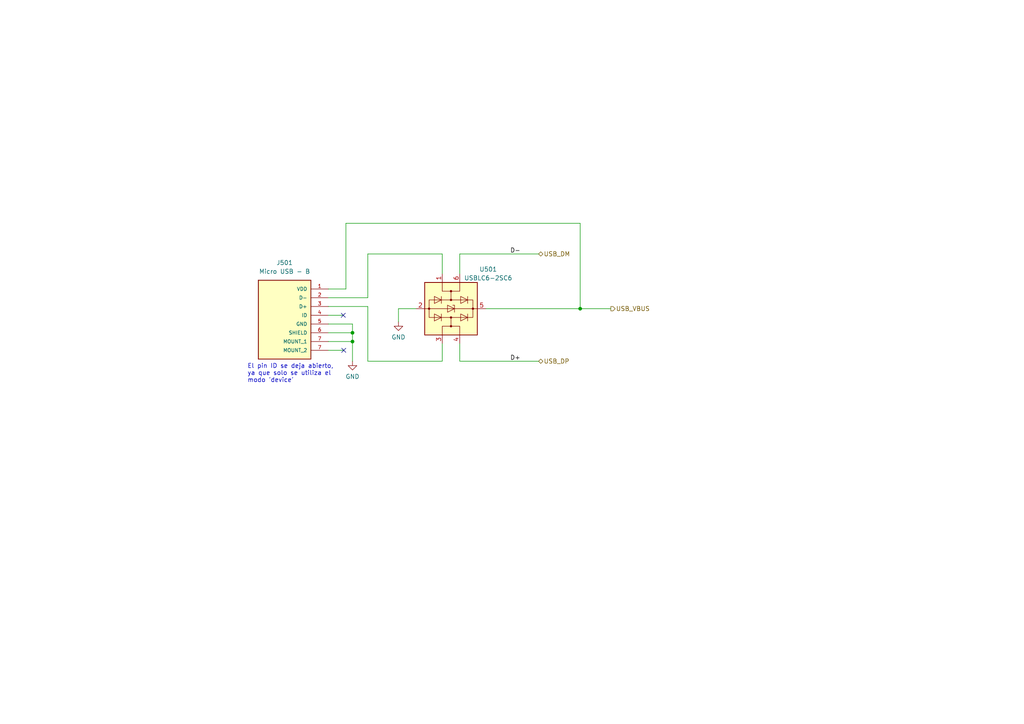
<source format=kicad_sch>
(kicad_sch (version 20211123) (generator eeschema)
  (paper "A4")
  (lib_symbols
    (symbol "105017-0001_1" (pin_names (offset 1.016))
      (property "Reference" "J" (at -11.43 -8.89 0))
      (property "Value" "105017-0001_1" (at -7.62 -11.43 0))
      (symbol "105017-0001_1_0_0"
        (rectangle (start -7.62 13.97) (end 7.62 -8.89) (stroke (width 0.254)) (fill (type background)))
        (pin power_in line (at 12.7 11.43 180) (length 5.08) (name "VDD") (number "1"))
        (pin bidirectional line (at 12.7 8.89 180) (length 5.08) (name "D-") (number "2"))
        (pin bidirectional line (at 12.7 6.35 180) (length 5.08) (name "D+") (number "3"))
        (pin passive line (at 12.7 3.81 180) (length 5.08) (name "ID") (number "4"))
        (pin power_in line (at 12.7 1.27 180) (length 5.08) (name "GND") (number "5"))
        (pin unspecified line (at 12.7 -1.27 180) (length 5.08) (name "SHIELD") (number "6"))
        (pin unspecified line (at 12.7 -3.81 180) (length 5.08) (name "MOUNT_1") (number "7"))
        (pin unspecified line (at 12.7 -6.35 180) (length 5.08) (name "MOUNT_2") (number "7"))
      )
    )
    (symbol "Power_Protection:USBLC6-2SC6" (pin_names hide)
      (property "Reference" "U" (at 2.54 8.89 0))
      (property "Value" "USBLC6-2SC6" (at 2.54 -8.89 0))
      (symbol "USBLC6-2SC6_0_1"
        (rectangle (start -7.62 -7.62) (end 7.62 7.62) (stroke (width 0.254)) (fill (type background)))
        (circle (center -5.08 0) (radius 0.254) (fill (type outline)))
        (circle (center -2.54 0) (radius 0.254) (fill (type outline)))
        (rectangle (start -2.54 6.35) (end 2.54 -6.35))
        (circle (center 0 -6.35) (radius 0.254) (fill (type outline)))
        (polyline (pts (xy -5.08 -2.54) (xy -7.62 -2.54)))
        (polyline (pts (xy -5.08 0) (xy -5.08 -2.54)))
        (polyline (pts (xy -5.08 2.54) (xy -7.62 2.54)))
        (polyline (pts (xy -1.524 -2.794) (xy -3.556 -2.794)))
        (polyline (pts (xy -1.524 4.826) (xy -3.556 4.826)))
        (polyline (pts (xy 0 -7.62) (xy 0 -6.35)))
        (polyline (pts (xy 0 -6.35) (xy 0 1.27)))
        (polyline (pts (xy 0 1.27) (xy 0 6.35)))
        (polyline (pts (xy 0 6.35) (xy 0 7.62)))
        (polyline (pts (xy 1.524 -2.794) (xy 3.556 -2.794)))
        (polyline (pts (xy 1.524 4.826) (xy 3.556 4.826)))
        (polyline (pts (xy 5.08 -2.54) (xy 7.62 -2.54)))
        (polyline (pts (xy 5.08 0) (xy 5.08 -2.54)))
        (polyline (pts (xy 5.08 2.54) (xy 7.62 2.54)))
        (polyline (pts (xy -2.54 0) (xy -5.08 0) (xy -5.08 2.54)))
        (polyline (pts (xy 2.54 0) (xy 5.08 0) (xy 5.08 2.54)))
        (polyline (pts (xy -3.556 -4.826) (xy -1.524 -4.826) (xy -2.54 -2.794) (xy -3.556 -4.826)))
        (polyline (pts (xy -3.556 2.794) (xy -1.524 2.794) (xy -2.54 4.826) (xy -3.556 2.794)))
        (polyline (pts (xy -1.016 -1.016) (xy 1.016 -1.016) (xy 0 1.016) (xy -1.016 -1.016)))
        (polyline (pts (xy 1.016 1.016) (xy 0.762 1.016) (xy -1.016 1.016) (xy -1.016 0.508)))
        (polyline (pts (xy 3.556 -4.826) (xy 1.524 -4.826) (xy 2.54 -2.794) (xy 3.556 -4.826)))
        (polyline (pts (xy 3.556 2.794) (xy 1.524 2.794) (xy 2.54 4.826) (xy 3.556 2.794)))
        (circle (center 0 6.35) (radius 0.254) (fill (type outline)))
        (circle (center 2.54 0) (radius 0.254) (fill (type outline)))
        (circle (center 5.08 0) (radius 0.254) (fill (type outline)))
      )
      (symbol "USBLC6-2SC6_1_1"
        (pin passive line (at -10.16 -2.54 0) (length 2.54) (name "I/O1") (number "1"))
        (pin passive line (at 0 -10.16 90) (length 2.54) (name "GND") (number "2"))
        (pin passive line (at 10.16 -2.54 180) (length 2.54) (name "I/O2") (number "3"))
        (pin passive line (at 10.16 2.54 180) (length 2.54) (name "I/O2") (number "4"))
        (pin passive line (at 0 10.16 270) (length 2.54) (name "VBUS") (number "5"))
        (pin passive line (at -10.16 2.54 0) (length 2.54) (name "I/O1") (number "6"))
      )
    )
    (symbol "power:GND" (power) (pin_names (offset 0))
      (property "Value" "GND" (at 0 -3.81 0))
      (symbol "GND_0_1"
        (polyline (pts (xy 0 0) (xy 0 -1.27) (xy 1.27 -1.27) (xy 0 -2.54) (xy -1.27 -1.27) (xy 0 -1.27)))
      )
      (symbol "GND_1_1"
        (pin power_in line (at 0 0 270) (length 0) hide (name "GND") (number "1"))
      )
    )
  )
  (junction (at 168.275 89.535))
  (junction (at 102.235 96.52))
  (junction (at 102.235 99.06))
  (no_connect (at 99.568 91.44))
  (no_connect (at 99.695 101.6))
  (wire (pts (xy 120.65 89.535) (xy 115.57 89.535)))
  (wire (pts (xy 95.25 91.44) (xy 99.568 91.44)))
  (wire (pts (xy 106.68 104.775) (xy 128.27 104.775)))
  (wire (pts (xy 100.33 83.82) (xy 100.33 64.77)))
  (wire (pts (xy 106.68 73.66) (xy 128.27 73.66)))
  (wire (pts (xy 100.33 64.77) (xy 168.275 64.77)))
  (wire (pts (xy 95.25 88.9) (xy 106.68 88.9)))
  (wire (pts (xy 102.235 96.52) (xy 102.235 99.06)))
  (wire (pts (xy 133.35 104.775) (xy 156.21 104.775)))
  (wire (pts (xy 106.68 88.9) (xy 106.68 104.775)))
  (wire (pts (xy 95.25 86.36) (xy 106.68 86.36)))
  (wire (pts (xy 115.57 89.535) (xy 115.57 93.345)))
  (wire (pts (xy 133.35 73.66) (xy 156.21 73.66)))
  (wire (pts (xy 95.25 96.52) (xy 102.235 96.52)))
  (wire (pts (xy 95.25 99.06) (xy 102.235 99.06)))
  (wire (pts (xy 102.235 93.98) (xy 102.235 96.52)))
  (wire (pts (xy 95.25 101.6) (xy 99.695 101.6)))
  (wire (pts (xy 128.27 99.695) (xy 128.27 104.775)))
  (wire (pts (xy 133.35 99.695) (xy 133.35 104.775)))
  (wire (pts (xy 102.235 99.06) (xy 102.235 104.775)))
  (wire (pts (xy 140.97 89.535) (xy 168.275 89.535)))
  (wire (pts (xy 168.275 89.535) (xy 177.165 89.535)))
  (wire (pts (xy 106.68 73.66) (xy 106.68 86.36)))
  (wire (pts (xy 133.35 73.66) (xy 133.35 79.375)))
  (wire (pts (xy 128.27 73.66) (xy 128.27 79.375)))
  (wire (pts (xy 95.25 83.82) (xy 100.33 83.82)))
  (wire (pts (xy 95.25 93.98) (xy 102.235 93.98)))
  (wire (pts (xy 168.275 64.77) (xy 168.275 89.535)))
  (text "El pin ID se deja abierto,\nya que solo se utiliza el\nmodo 'device'" (at 71.755 111.125 0) (effects (font (size 1.27 1.27)) (justify left bottom)))
  (label "D-" (at 147.955 73.66 0))
  (label "D+" (at 147.955 104.775 0))
  (hierarchical_label "USB_DP" (shape bidirectional) (at 156.21 104.775 0))
  (hierarchical_label "USB_VBUS" (shape output) (at 177.165 89.535 0))
  (hierarchical_label "USB_DM" (shape bidirectional) (at 156.21 73.66 0))
  (symbol (lib_id "power:GND") (at 115.57 93.345 0) (unit 1)
    (property "Reference" "#PWR0125" (effects hide))
    (property "Value" "GND" (at 115.57 97.79 0))
  )
  (symbol (lib_name "105017-0001_1") (lib_id "105017-0001:105017-0001") (at 82.55 95.25 0) (unit 1)
    (property "Reference" "J501" (at 82.55 76.2 0))
    (property "Value" "Micro USB - B" (at 82.55 78.74 0))
    (property "Footprint" "105017-0001:MOLEX_105017-0001" (effects hide))
  )
  (symbol (lib_id "power:GND") (at 102.235 104.775 0) (mirror y) (unit 1)
    (property "Reference" "#PWR0126" (effects hide))
    (property "Value" "GND" (at 102.235 109.22 0))
  )
  (symbol (lib_id "Power_Protection:USBLC6-2SC6") (at 130.81 89.535 270) (unit 1)
    (property "Reference" "U501" (at 141.605 78.105 90))
    (property "Value" "USBLC6-2SC6" (at 141.605 80.645 90))
    (property "Footprint" "Package_TO_SOT_SMD:SOT-23-6" (effects hide))
    (property "Datasheet" "https://www.st.com/resource/en/datasheet/usblc6-2.pdf" (effects hide))
  )
)
</source>
